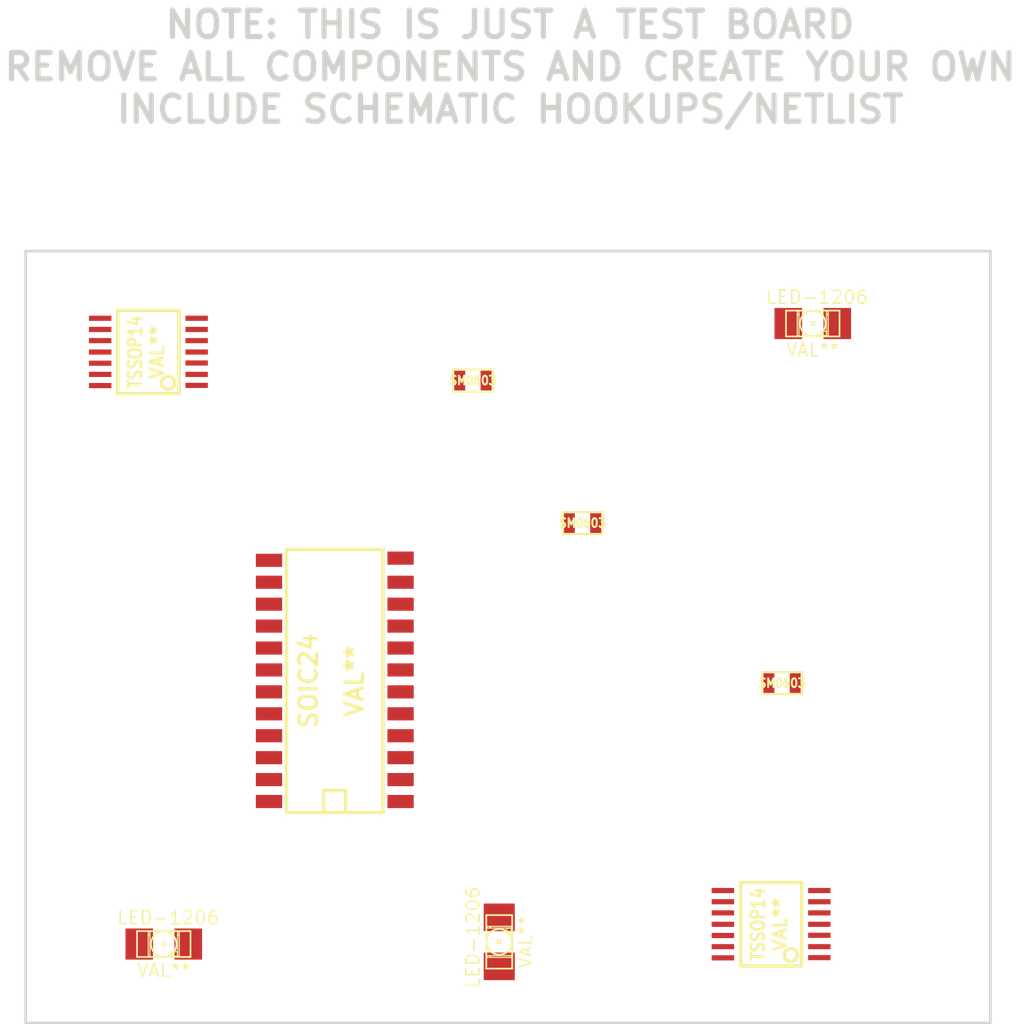
<source format=kicad_pcb>
(kicad_pcb (version 20221018) (generator pcbnew)
  (layers (0 "F.Cu" signal) (31 "B.Cu" signal) (34 "B.Paste" user) (35 "F.Paste" user) (36 "B.SilkS" user) (37 "F.SilkS" user) (38 "B.Mask" user) (39 "F.Mask" user) (44 "Edge.Cuts" user))
  (net 0 "")
  (footprint "TSSOP14" (layer "F.Cu") (at 163.068 101.6 90)
    (fp_text reference "TSSOP14" (at 0 -0.762 90) (layer "F.SilkS") (effects (font (size 0.762 0.635) (thickness 0.16002))))
    (fp_text value "VAL**" (at 0 0.508 90) (layer "F.SilkS") (effects (font (size 0.762 0.762) (thickness 0.16002))))
    (fp_line (start -2.413 -1.778) (end 2.413 -1.778) (stroke (width 0.2032)) (layer "F.SilkS"))
    (fp_line (start -2.413 1.778) (end -2.413 -1.778) (stroke (width 0.2032)) (layer "F.SilkS"))
    (fp_line (start 2.413 -1.778) (end 2.413 1.778) (stroke (width 0.2032)) (layer "F.SilkS"))
    (fp_line (start 2.413 1.778) (end -2.413 1.778) (stroke (width 0.2032)) (layer "F.SilkS"))
    (fp_circle (center -1.778 1.143) (end -2.159 1.143) (stroke (width 0.2032)) (fill none) (layer "F.SilkS"))
    (pad "1" smd rect (at -1.9304 2.794 90) (size 0.29972 1.30048) (layers "F.Cu" "F.Paste" "F.Mask"))
    (pad "2" smd rect (at -1.2954 2.794 90) (size 0.29972 1.30048) (layers "F.Cu" "F.Paste" "F.Mask"))
    (pad "3" smd rect (at -0.635 2.794 90) (size 0.29972 1.30048) (layers "F.Cu" "F.Paste" "F.Mask"))
    (pad "4" smd rect (at 0 2.794 90) (size 0.29972 1.30048) (layers "F.Cu" "F.Paste" "F.Mask"))
    (pad "5" smd rect (at 0.6604 2.794 90) (size 0.29972 1.30048) (layers "F.Cu" "F.Paste" "F.Mask"))
    (pad "6" smd rect (at 1.3081 2.794 90) (size 0.29972 1.30048) (layers "F.Cu" "F.Paste" "F.Mask"))
    (pad "7" smd rect (at 1.9558 2.794 90) (size 0.29972 1.30048) (layers "F.Cu" "F.Paste" "F.Mask"))
    (pad "8" smd rect (at 1.9558 -2.794 90) (size 0.29972 1.30048) (layers "F.Cu" "F.Paste" "F.Mask"))
    (pad "9" smd rect (at 1.3081 -2.794 90) (size 0.29972 1.30048) (layers "F.Cu" "F.Paste" "F.Mask"))
    (pad "10" smd rect (at 0.6604 -2.794 90) (size 0.29972 1.30048) (layers "F.Cu" "F.Paste" "F.Mask"))
    (pad "11" smd rect (at 0 -2.794 90) (size 0.29972 1.30048) (layers "F.Cu" "F.Paste" "F.Mask"))
    (pad "12" smd rect (at -0.6477 -2.794 90) (size 0.29972 1.30048) (layers "F.Cu" "F.Paste" "F.Mask"))
    (pad "13" smd rect (at -1.2954 -2.794 90) (size 0.29972 1.30048) (layers "F.Cu" "F.Paste" "F.Mask"))
    (pad "14" smd rect (at -1.9431 -2.794 90) (size 0.29972 1.30048) (layers "F.Cu" "F.Paste" "F.Mask"))
  )
  (footprint "SOIC24" (layer "F.Cu") (at 173.863 120.65 90)
    (fp_text reference "SOIC24" (at 0 -1.524 90) (layer "F.SilkS") (effects (font (size 1.016 1.016) (thickness 0.2032))))
    (fp_text value "VAL**" (at 0 1.143 90) (layer "F.SilkS") (effects (font (size 1.016 1.016) (thickness 0.2032))))
    (fp_line (start -7.62 -2.794) (end -7.62 2.794) (stroke (width 0.2032)) (layer "F.SilkS"))
    (fp_line (start -7.62 -0.635) (end -6.35 -0.635) (stroke (width 0.2032)) (layer "F.SilkS"))
    (fp_line (start -7.62 2.794) (end 7.62 2.794) (stroke (width 0.2032)) (layer "F.SilkS"))
    (fp_line (start -6.35 -0.635) (end -6.35 0.635) (stroke (width 0.2032)) (layer "F.SilkS"))
    (fp_line (start -6.35 0.635) (end -7.62 0.635) (stroke (width 0.2032)) (layer "F.SilkS"))
    (fp_line (start 7.62 -2.794) (end -7.62 -2.794) (stroke (width 0.2032)) (layer "F.SilkS"))
    (fp_line (start 7.62 -2.794) (end 7.62 2.794) (stroke (width 0.2032)) (layer "F.SilkS"))
    (pad "1" smd rect (at -6.985 3.81 90) (size 0.762 1.524) (layers "F.Cu" "F.Paste" "F.Mask"))
    (pad "2" smd rect (at -5.715 3.81 90) (size 0.762 1.524) (layers "F.Cu" "F.Paste" "F.Mask"))
    (pad "3" smd rect (at -4.445 3.81 90) (size 0.762 1.524) (layers "F.Cu" "F.Paste" "F.Mask"))
    (pad "4" smd rect (at -3.175 3.81 90) (size 0.762 1.524) (layers "F.Cu" "F.Paste" "F.Mask"))
    (pad "5" smd rect (at -1.905 3.81 90) (size 0.762 1.524) (layers "F.Cu" "F.Paste" "F.Mask"))
    (pad "6" smd rect (at -0.635 3.81 90) (size 0.762 1.524) (layers "F.Cu" "F.Paste" "F.Mask"))
    (pad "7" smd rect (at 0.635 3.81 90) (size 0.762 1.524) (layers "F.Cu" "F.Paste" "F.Mask"))
    (pad "8" smd rect (at 1.905 3.81 90) (size 0.762 1.524) (layers "F.Cu" "F.Paste" "F.Mask"))
    (pad "9" smd rect (at 3.175 3.81 90) (size 0.762 1.524) (layers "F.Cu" "F.Paste" "F.Mask"))
    (pad "10" smd rect (at 4.445 3.81 90) (size 0.762 1.524) (layers "F.Cu" "F.Paste" "F.Mask"))
    (pad "11" smd rect (at 5.715 3.81 90) (size 0.762 1.524) (layers "F.Cu" "F.Paste" "F.Mask"))
    (pad "12" smd rect (at 7.112 3.81 90) (size 0.762 1.524) (layers "F.Cu" "F.Paste" "F.Mask"))
    (pad "13" smd rect (at 6.985 -3.81 90) (size 0.762 1.524) (layers "F.Cu" "F.Paste" "F.Mask"))
    (pad "14" smd rect (at 5.715 -3.81 90) (size 0.762 1.524) (layers "F.Cu" "F.Paste" "F.Mask"))
    (pad "15" smd rect (at 4.445 -3.81 90) (size 0.762 1.524) (layers "F.Cu" "F.Paste" "F.Mask"))
    (pad "16" smd rect (at 3.175 -3.81 90) (size 0.762 1.524) (layers "F.Cu" "F.Paste" "F.Mask"))
    (pad "17" smd rect (at 1.905 -3.81 90) (size 0.762 1.524) (layers "F.Cu" "F.Paste" "F.Mask"))
    (pad "18" smd rect (at 0.635 -3.81 90) (size 0.762 1.524) (layers "F.Cu" "F.Paste" "F.Mask"))
    (pad "19" smd rect (at -0.635 -3.81 90) (size 0.762 1.524) (layers "F.Cu" "F.Paste" "F.Mask"))
    (pad "20" smd rect (at -1.905 -3.81 90) (size 0.762 1.524) (layers "F.Cu" "F.Paste" "F.Mask"))
    (pad "21" smd rect (at -3.175 -3.81 90) (size 0.762 1.524) (layers "F.Cu" "F.Paste" "F.Mask"))
    (pad "22" smd rect (at -4.445 -3.81 90) (size 0.762 1.524) (layers "F.Cu" "F.Paste" "F.Mask"))
    (pad "23" smd rect (at -5.715 -3.81 90) (size 0.762 1.524) (layers "F.Cu" "F.Paste" "F.Mask"))
    (pad "24" smd rect (at -6.985 -3.81 90) (size 0.762 1.524) (layers "F.Cu" "F.Paste" "F.Mask"))
  )
  (footprint "SM0603" (layer "F.Cu") (at 181.864 103.251)
    (fp_text reference "SM0603" (at 0 0) (layer "F.SilkS") (effects (font (size 0.508 0.4572) (thickness 0.1143))))
    (fp_text value "Val**" hide)
    (fp_line (start -1.143 -0.635) (end 1.143 -0.635) (stroke (width 0.127)) (layer "F.SilkS"))
    (fp_line (start -1.143 0.635) (end -1.143 -0.635) (stroke (width 0.127)) (layer "F.SilkS"))
    (fp_line (start 1.143 -0.635) (end 1.143 0.635) (stroke (width 0.127)) (layer "F.SilkS"))
    (fp_line (start 1.143 0.635) (end -1.143 0.635) (stroke (width 0.127)) (layer "F.SilkS"))
    (pad "1" smd rect (at -0.762 0) (size 0.635 1.143) (layers "F.Cu" "F.Paste" "F.Mask"))
    (pad "2" smd rect (at 0.762 0) (size 0.635 1.143) (layers "F.Cu" "F.Paste" "F.Mask"))
  )
  (footprint "SM0603" (layer "F.Cu") (at 188.214 111.506)
    (fp_text reference "SM0603" (at 0 0) (layer "F.SilkS") (effects (font (size 0.508 0.4572) (thickness 0.1143))))
    (fp_text value "Val**" hide)
    (fp_line (start -1.143 -0.635) (end 1.143 -0.635) (stroke (width 0.127)) (layer "F.SilkS"))
    (fp_line (start -1.143 0.635) (end -1.143 -0.635) (stroke (width 0.127)) (layer "F.SilkS"))
    (fp_line (start 1.143 -0.635) (end 1.143 0.635) (stroke (width 0.127)) (layer "F.SilkS"))
    (fp_line (start 1.143 0.635) (end -1.143 0.635) (stroke (width 0.127)) (layer "F.SilkS"))
    (pad "1" smd rect (at -0.762 0) (size 0.635 1.143) (layers "F.Cu" "F.Paste" "F.Mask"))
    (pad "2" smd rect (at 0.762 0) (size 0.635 1.143) (layers "F.Cu" "F.Paste" "F.Mask"))
  )
  (footprint "SM0603" (layer "F.Cu") (at 199.771 120.777)
    (fp_text reference "SM0603" (at 0 0) (layer "F.SilkS") (effects (font (size 0.508 0.4572) (thickness 0.1143))))
    (fp_text value "Val**" hide)
    (fp_line (start -1.143 -0.635) (end 1.143 -0.635) (stroke (width 0.127)) (layer "F.SilkS"))
    (fp_line (start -1.143 0.635) (end -1.143 -0.635) (stroke (width 0.127)) (layer "F.SilkS"))
    (fp_line (start 1.143 -0.635) (end 1.143 0.635) (stroke (width 0.127)) (layer "F.SilkS"))
    (fp_line (start 1.143 0.635) (end -1.143 0.635) (stroke (width 0.127)) (layer "F.SilkS"))
    (pad "1" smd rect (at -0.762 0) (size 0.635 1.143) (layers "F.Cu" "F.Paste" "F.Mask"))
    (pad "2" smd rect (at 0.762 0) (size 0.635 1.143) (layers "F.Cu" "F.Paste" "F.Mask"))
  )
  (footprint "LED-1206" (layer "F.Cu") (at 183.388 135.763 90)
    (fp_text reference "LED-1206" (at 0.254 -1.524 90) (layer "F.SilkS") (effects (font (size 0.762 0.762) (thickness 0.0889))))
    (fp_text value "VAL**" (at 0 1.524 90) (layer "F.SilkS") (effects (font (size 0.762 0.762) (thickness 0.0889))))
    (fp_line (start -1.5494 -0.7493) (end 1.5494 -0.7493) (stroke (width 0.1016)) (layer "F.SilkS"))
    (fp_line (start -1.5494 0.7493) (end -1.5494 -0.7493) (stroke (width 0.1016)) (layer "F.SilkS"))
    (fp_line (start -0.89916 -0.6985) (end -0.79756 -0.6985) (stroke (width 0.06604)) (layer "F.SilkS"))
    (fp_line (start -0.89916 -0.54864) (end -0.89916 -0.6985) (stroke (width 0.06604)) (layer "F.SilkS"))
    (fp_line (start -0.89916 -0.54864) (end -0.79756 -0.54864) (stroke (width 0.06604)) (layer "F.SilkS"))
    (fp_line (start -0.89916 -0.49784) (end -0.79756 -0.49784) (stroke (width 0.06604)) (layer "F.SilkS"))
    (fp_line (start -0.89916 0.6985) (end -0.89916 -0.49784) (stroke (width 0.06604)) (layer "F.SilkS"))
    (fp_line (start -0.89916 0.6985) (end -0.79756 0.6985) (stroke (width 0.06604)) (layer "F.SilkS"))
    (fp_line (start -0.79756 -0.54864) (end -0.79756 -0.6985) (stroke (width 0.06604)) (layer "F.SilkS"))
    (fp_line (start -0.79756 0.6985) (end -0.79756 -0.49784) (stroke (width 0.06604)) (layer "F.SilkS"))
    (fp_line (start -0.09906 -0.09906) (end 0.09906 -0.09906) (stroke (width 0.06604)) (layer "F.SilkS"))
    (fp_line (start -0.09906 0.09906) (end -0.09906 -0.09906) (stroke (width 0.06604)) (layer "F.SilkS"))
    (fp_line (start -0.09906 0.09906) (end 0.09906 0.09906) (stroke (width 0.06604)) (layer "F.SilkS"))
    (fp_line (start 0.09906 0.09906) (end 0.09906 -0.09906) (stroke (width 0.06604)) (layer "F.SilkS"))
    (fp_line (start 0.44958 0.44958) (end 0.59944 0.44958) (stroke (width 0.06604)) (layer "F.SilkS"))
    (fp_line (start 0.44958 0.44958) (end 0.79756 0.44958) (stroke (width 0.06604)) (layer "F.SilkS"))
    (fp_line (start 0.44958 0.6985) (end 0.44958 0.44958) (stroke (width 0.06604)) (layer "F.SilkS"))
    (fp_line (start 0.44958 0.6985) (end 0.44958 0.44958) (stroke (width 0.06604)) (layer "F.SilkS"))
    (fp_line (start 0.44958 0.6985) (end 0.59944 0.6985) (stroke (width 0.06604)) (layer "F.SilkS"))
    (fp_line (start 0.44958 0.6985) (end 0.79756 0.6985) (stroke (width 0.06604)) (layer "F.SilkS"))
    (fp_line (start 0.59944 0.6985) (end 0.59944 0.44958) (stroke (width 0.06604)) (layer "F.SilkS"))
    (fp_line (start 0.79756 -0.6985) (end 0.89916 -0.6985) (stroke (width 0.06604)) (layer "F.SilkS"))
    (fp_line (start 0.79756 -0.54864) (end 0.79756 -0.6985) (stroke (width 0.06604)) (layer "F.SilkS"))
    (fp_line (start 0.79756 -0.54864) (end 0.89916 -0.54864) (stroke (width 0.06604)) (layer "F.SilkS"))
    (fp_line (start 0.79756 -0.49784) (end 0.89916 -0.49784) (stroke (width 0.06604)) (layer "F.SilkS"))
    (fp_line (start 0.79756 0.6985) (end 0.79756 -0.49784) (stroke (width 0.06604)) (layer "F.SilkS"))
    (fp_line (start 0.79756 0.6985) (end 0.79756 0.44958) (stroke (width 0.06604)) (layer "F.SilkS"))
    (fp_line (start 0.79756 0.6985) (end 0.89916 0.6985) (stroke (width 0.06604)) (layer "F.SilkS"))
    (fp_line (start 0.89916 -0.54864) (end 0.89916 -0.6985) (stroke (width 0.06604)) (layer "F.SilkS"))
    (fp_line (start 0.89916 0.6985) (end 0.89916 -0.49784) (stroke (width 0.06604)) (layer "F.SilkS"))
    (fp_line (start 1.5494 -0.7493) (end 1.5494 0.7493) (stroke (width 0.1016)) (layer "F.SilkS"))
    (fp_line (start 1.5494 0.7493) (end -1.5494 0.7493) (stroke (width 0.1016)) (layer "F.SilkS"))
    (fp_arc (start -0.54864 -0.49784) (mid -0.001024 -0.740844) (end 0.547262 -0.499354) (stroke (width 0.1016)) (layer "F.SilkS"))
    (fp_arc (start -0.54864 0.49784) (mid -0.740844 -0.000377) (end -0.548133 -0.498398) (stroke (width 0.1016)) (layer "F.SilkS"))
    (fp_arc (start 0.54864 -0.49784) (mid 0.740844 0.000377) (end 0.548133 0.498398) (stroke (width 0.1016)) (layer "F.SilkS"))
    (fp_arc (start 0.54864 0.49784) (mid 0.001024 0.740844) (end -0.547262 0.499354) (stroke (width 0.1016)) (layer "F.SilkS"))
    (pad "1" smd rect (at -1.41986 0 90) (size 1.59766 1.80086) (layers "F.Cu" "F.Paste" "F.Mask"))
    (pad "2" smd rect (at 1.41986 0 90) (size 1.59766 1.80086) (layers "F.Cu" "F.Paste" "F.Mask"))
  )
  (footprint "LED-1206" (layer "F.Cu") (at 201.549 99.949)
    (fp_text reference "LED-1206" (at 0.254 -1.524) (layer "F.SilkS") (effects (font (size 0.762 0.762) (thickness 0.0889))))
    (fp_text value "VAL**" (at 0 1.524) (layer "F.SilkS") (effects (font (size 0.762 0.762) (thickness 0.0889))))
    (fp_line (start -1.5494 -0.7493) (end 1.5494 -0.7493) (stroke (width 0.1016)) (layer "F.SilkS"))
    (fp_line (start -1.5494 0.7493) (end -1.5494 -0.7493) (stroke (width 0.1016)) (layer "F.SilkS"))
    (fp_line (start -0.89916 -0.6985) (end -0.79756 -0.6985) (stroke (width 0.06604)) (layer "F.SilkS"))
    (fp_line (start -0.89916 -0.54864) (end -0.89916 -0.6985) (stroke (width 0.06604)) (layer "F.SilkS"))
    (fp_line (start -0.89916 -0.54864) (end -0.79756 -0.54864) (stroke (width 0.06604)) (layer "F.SilkS"))
    (fp_line (start -0.89916 -0.49784) (end -0.79756 -0.49784) (stroke (width 0.06604)) (layer "F.SilkS"))
    (fp_line (start -0.89916 0.6985) (end -0.89916 -0.49784) (stroke (width 0.06604)) (layer "F.SilkS"))
    (fp_line (start -0.89916 0.6985) (end -0.79756 0.6985) (stroke (width 0.06604)) (layer "F.SilkS"))
    (fp_line (start -0.79756 -0.54864) (end -0.79756 -0.6985) (stroke (width 0.06604)) (layer "F.SilkS"))
    (fp_line (start -0.79756 0.6985) (end -0.79756 -0.49784) (stroke (width 0.06604)) (layer "F.SilkS"))
    (fp_line (start -0.09906 -0.09906) (end 0.09906 -0.09906) (stroke (width 0.06604)) (layer "F.SilkS"))
    (fp_line (start -0.09906 0.09906) (end -0.09906 -0.09906) (stroke (width 0.06604)) (layer "F.SilkS"))
    (fp_line (start -0.09906 0.09906) (end 0.09906 0.09906) (stroke (width 0.06604)) (layer "F.SilkS"))
    (fp_line (start 0.09906 0.09906) (end 0.09906 -0.09906) (stroke (width 0.06604)) (layer "F.SilkS"))
    (fp_line (start 0.44958 0.44958) (end 0.59944 0.44958) (stroke (width 0.06604)) (layer "F.SilkS"))
    (fp_line (start 0.44958 0.44958) (end 0.79756 0.44958) (stroke (width 0.06604)) (layer "F.SilkS"))
    (fp_line (start 0.44958 0.6985) (end 0.44958 0.44958) (stroke (width 0.06604)) (layer "F.SilkS"))
    (fp_line (start 0.44958 0.6985) (end 0.44958 0.44958) (stroke (width 0.06604)) (layer "F.SilkS"))
    (fp_line (start 0.44958 0.6985) (end 0.59944 0.6985) (stroke (width 0.06604)) (layer "F.SilkS"))
    (fp_line (start 0.44958 0.6985) (end 0.79756 0.6985) (stroke (width 0.06604)) (layer "F.SilkS"))
    (fp_line (start 0.59944 0.6985) (end 0.59944 0.44958) (stroke (width 0.06604)) (layer "F.SilkS"))
    (fp_line (start 0.79756 -0.6985) (end 0.89916 -0.6985) (stroke (width 0.06604)) (layer "F.SilkS"))
    (fp_line (start 0.79756 -0.54864) (end 0.79756 -0.6985) (stroke (width 0.06604)) (layer "F.SilkS"))
    (fp_line (start 0.79756 -0.54864) (end 0.89916 -0.54864) (stroke (width 0.06604)) (layer "F.SilkS"))
    (fp_line (start 0.79756 -0.49784) (end 0.89916 -0.49784) (stroke (width 0.06604)) (layer "F.SilkS"))
    (fp_line (start 0.79756 0.6985) (end 0.79756 -0.49784) (stroke (width 0.06604)) (layer "F.SilkS"))
    (fp_line (start 0.79756 0.6985) (end 0.79756 0.44958) (stroke (width 0.06604)) (layer "F.SilkS"))
    (fp_line (start 0.79756 0.6985) (end 0.89916 0.6985) (stroke (width 0.06604)) (layer "F.SilkS"))
    (fp_line (start 0.89916 -0.54864) (end 0.89916 -0.6985) (stroke (width 0.06604)) (layer "F.SilkS"))
    (fp_line (start 0.89916 0.6985) (end 0.89916 -0.49784) (stroke (width 0.06604)) (layer "F.SilkS"))
    (fp_line (start 1.5494 -0.7493) (end 1.5494 0.7493) (stroke (width 0.1016)) (layer "F.SilkS"))
    (fp_line (start 1.5494 0.7493) (end -1.5494 0.7493) (stroke (width 0.1016)) (layer "F.SilkS"))
    (fp_arc (start -0.54864 -0.49784) (mid -0.001024 -0.740844) (end 0.547262 -0.499354) (stroke (width 0.1016)) (layer "F.SilkS"))
    (fp_arc (start -0.54864 0.49784) (mid -0.740844 -0.000377) (end -0.548133 -0.498398) (stroke (width 0.1016)) (layer "F.SilkS"))
    (fp_arc (start 0.54864 -0.49784) (mid 0.740844 0.000377) (end 0.548133 0.498398) (stroke (width 0.1016)) (layer "F.SilkS"))
    (fp_arc (start 0.54864 0.49784) (mid 0.001024 0.740844) (end -0.547262 0.499354) (stroke (width 0.1016)) (layer "F.SilkS"))
    (pad "1" smd rect (at -1.41986 0) (size 1.59766 1.80086) (layers "F.Cu" "F.Paste" "F.Mask"))
    (pad "2" smd rect (at 1.41986 0) (size 1.59766 1.80086) (layers "F.Cu" "F.Paste" "F.Mask"))
  )
  (footprint "LED-1206" (layer "F.Cu") (at 163.957 135.89)
    (fp_text reference "LED-1206" (at 0.254 -1.524) (layer "F.SilkS") (effects (font (size 0.762 0.762) (thickness 0.0889))))
    (fp_text value "VAL**" (at 0 1.524) (layer "F.SilkS") (effects (font (size 0.762 0.762) (thickness 0.0889))))
    (fp_line (start -1.5494 -0.7493) (end 1.5494 -0.7493) (stroke (width 0.1016)) (layer "F.SilkS"))
    (fp_line (start -1.5494 0.7493) (end -1.5494 -0.7493) (stroke (width 0.1016)) (layer "F.SilkS"))
    (fp_line (start -0.89916 -0.6985) (end -0.79756 -0.6985) (stroke (width 0.06604)) (layer "F.SilkS"))
    (fp_line (start -0.89916 -0.54864) (end -0.89916 -0.6985) (stroke (width 0.06604)) (layer "F.SilkS"))
    (fp_line (start -0.89916 -0.54864) (end -0.79756 -0.54864) (stroke (width 0.06604)) (layer "F.SilkS"))
    (fp_line (start -0.89916 -0.49784) (end -0.79756 -0.49784) (stroke (width 0.06604)) (layer "F.SilkS"))
    (fp_line (start -0.89916 0.6985) (end -0.89916 -0.49784) (stroke (width 0.06604)) (layer "F.SilkS"))
    (fp_line (start -0.89916 0.6985) (end -0.79756 0.6985) (stroke (width 0.06604)) (layer "F.SilkS"))
    (fp_line (start -0.79756 -0.54864) (end -0.79756 -0.6985) (stroke (width 0.06604)) (layer "F.SilkS"))
    (fp_line (start -0.79756 0.6985) (end -0.79756 -0.49784) (stroke (width 0.06604)) (layer "F.SilkS"))
    (fp_line (start -0.09906 -0.09906) (end 0.09906 -0.09906) (stroke (width 0.06604)) (layer "F.SilkS"))
    (fp_line (start -0.09906 0.09906) (end -0.09906 -0.09906) (stroke (width 0.06604)) (layer "F.SilkS"))
    (fp_line (start -0.09906 0.09906) (end 0.09906 0.09906) (stroke (width 0.06604)) (layer "F.SilkS"))
    (fp_line (start 0.09906 0.09906) (end 0.09906 -0.09906) (stroke (width 0.06604)) (layer "F.SilkS"))
    (fp_line (start 0.44958 0.44958) (end 0.59944 0.44958) (stroke (width 0.06604)) (layer "F.SilkS"))
    (fp_line (start 0.44958 0.44958) (end 0.79756 0.44958) (stroke (width 0.06604)) (layer "F.SilkS"))
    (fp_line (start 0.44958 0.6985) (end 0.44958 0.44958) (stroke (width 0.06604)) (layer "F.SilkS"))
    (fp_line (start 0.44958 0.6985) (end 0.44958 0.44958) (stroke (width 0.06604)) (layer "F.SilkS"))
    (fp_line (start 0.44958 0.6985) (end 0.59944 0.6985) (stroke (width 0.06604)) (layer "F.SilkS"))
    (fp_line (start 0.44958 0.6985) (end 0.79756 0.6985) (stroke (width 0.06604)) (layer "F.SilkS"))
    (fp_line (start 0.59944 0.6985) (end 0.59944 0.44958) (stroke (width 0.06604)) (layer "F.SilkS"))
    (fp_line (start 0.79756 -0.6985) (end 0.89916 -0.6985) (stroke (width 0.06604)) (layer "F.SilkS"))
    (fp_line (start 0.79756 -0.54864) (end 0.79756 -0.6985) (stroke (width 0.06604)) (layer "F.SilkS"))
    (fp_line (start 0.79756 -0.54864) (end 0.89916 -0.54864) (stroke (width 0.06604)) (layer "F.SilkS"))
    (fp_line (start 0.79756 -0.49784) (end 0.89916 -0.49784) (stroke (width 0.06604)) (layer "F.SilkS"))
    (fp_line (start 0.79756 0.6985) (end 0.79756 -0.49784) (stroke (width 0.06604)) (layer "F.SilkS"))
    (fp_line (start 0.79756 0.6985) (end 0.79756 0.44958) (stroke (width 0.06604)) (layer "F.SilkS"))
    (fp_line (start 0.79756 0.6985) (end 0.89916 0.6985) (stroke (width 0.06604)) (layer "F.SilkS"))
    (fp_line (start 0.89916 -0.54864) (end 0.89916 -0.6985) (stroke (width 0.06604)) (layer "F.SilkS"))
    (fp_line (start 0.89916 0.6985) (end 0.89916 -0.49784) (stroke (width 0.06604)) (layer "F.SilkS"))
    (fp_line (start 1.5494 -0.7493) (end 1.5494 0.7493) (stroke (width 0.1016)) (layer "F.SilkS"))
    (fp_line (start 1.5494 0.7493) (end -1.5494 0.7493) (stroke (width 0.1016)) (layer "F.SilkS"))
    (fp_arc (start -0.54864 -0.49784) (mid -0.001024 -0.740844) (end 0.547262 -0.499354) (stroke (width 0.1016)) (layer "F.SilkS"))
    (fp_arc (start -0.54864 0.49784) (mid -0.740844 -0.000377) (end -0.548133 -0.498398) (stroke (width 0.1016)) (layer "F.SilkS"))
    (fp_arc (start 0.54864 -0.49784) (mid 0.740844 0.000377) (end 0.548133 0.498398) (stroke (width 0.1016)) (layer "F.SilkS"))
    (fp_arc (start 0.54864 0.49784) (mid 0.001024 0.740844) (end -0.547262 0.499354) (stroke (width 0.1016)) (layer "F.SilkS"))
    (pad "1" smd rect (at -1.41986 0) (size 1.59766 1.80086) (layers "F.Cu" "F.Paste" "F.Mask"))
    (pad "2" smd rect (at 1.41986 0) (size 1.59766 1.80086) (layers "F.Cu" "F.Paste" "F.Mask"))
  )
  (footprint "TSSOP14" (layer "F.Cu") (at 199.136 134.747 90)
    (fp_text reference "TSSOP14" (at 0 -0.762 90) (layer "F.SilkS") (effects (font (size 0.762 0.635) (thickness 0.16002))))
    (fp_text value "VAL**" (at 0 0.508 90) (layer "F.SilkS") (effects (font (size 0.762 0.762) (thickness 0.16002))))
    (fp_line (start -2.413 -1.778) (end 2.413 -1.778) (stroke (width 0.2032)) (layer "F.SilkS"))
    (fp_line (start -2.413 1.778) (end -2.413 -1.778) (stroke (width 0.2032)) (layer "F.SilkS"))
    (fp_line (start 2.413 -1.778) (end 2.413 1.778) (stroke (width 0.2032)) (layer "F.SilkS"))
    (fp_line (start 2.413 1.778) (end -2.413 1.778) (stroke (width 0.2032)) (layer "F.SilkS"))
    (fp_circle (center -1.778 1.143) (end -2.159 1.143) (stroke (width 0.2032)) (fill none) (layer "F.SilkS"))
    (pad "1" smd rect (at -1.9304 2.794 90) (size 0.29972 1.30048) (layers "F.Cu" "F.Paste" "F.Mask"))
    (pad "2" smd rect (at -1.2954 2.794 90) (size 0.29972 1.30048) (layers "F.Cu" "F.Paste" "F.Mask"))
    (pad "3" smd rect (at -0.635 2.794 90) (size 0.29972 1.30048) (layers "F.Cu" "F.Paste" "F.Mask"))
    (pad "4" smd rect (at 0 2.794 90) (size 0.29972 1.30048) (layers "F.Cu" "F.Paste" "F.Mask"))
    (pad "5" smd rect (at 0.6604 2.794 90) (size 0.29972 1.30048) (layers "F.Cu" "F.Paste" "F.Mask"))
    (pad "6" smd rect (at 1.3081 2.794 90) (size 0.29972 1.30048) (layers "F.Cu" "F.Paste" "F.Mask"))
    (pad "7" smd rect (at 1.9558 2.794 90) (size 0.29972 1.30048) (layers "F.Cu" "F.Paste" "F.Mask"))
    (pad "8" smd rect (at 1.9558 -2.794 90) (size 0.29972 1.30048) (layers "F.Cu" "F.Paste" "F.Mask"))
    (pad "9" smd rect (at 1.3081 -2.794 90) (size 0.29972 1.30048) (layers "F.Cu" "F.Paste" "F.Mask"))
    (pad "10" smd rect (at 0.6604 -2.794 90) (size 0.29972 1.30048) (layers "F.Cu" "F.Paste" "F.Mask"))
    (pad "11" smd rect (at 0 -2.794 90) (size 0.29972 1.30048) (layers "F.Cu" "F.Paste" "F.Mask"))
    (pad "12" smd rect (at -0.6477 -2.794 90) (size 0.29972 1.30048) (layers "F.Cu" "F.Paste" "F.Mask"))
    (pad "13" smd rect (at -1.2954 -2.794 90) (size 0.29972 1.30048) (layers "F.Cu" "F.Paste" "F.Mask"))
    (pad "14" smd rect (at -1.9431 -2.794 90) (size 0.29972 1.30048) (layers "F.Cu" "F.Paste" "F.Mask"))
  )
  (gr_line (start 155.956 140.462) (end 211.836 140.462) (stroke (width 0.15)) (layer "Edge.Cuts"))
  (gr_line (start 155.956 95.758) (end 155.956 140.462) (stroke (width 0.15)) (layer "Edge.Cuts"))
  (gr_line (start 211.836 140.462) (end 211.836 95.758) (stroke (width 0.15)) (layer "Edge.Cuts"))
  (gr_line (start 211.836 95.758) (end 155.956 95.758) (stroke (width 0.15)) (layer "Edge.Cuts"))
  (gr_text "NOTE: THIS IS JUST A TEST BOARD\nREMOVE ALL COMPONENTS AND CREATE YOUR OWN\nINCLUDE SCHEMATIC HOOKUPS/NETLIST" (at 184.023 85.09) (layer "Edge.Cuts") (effects (font (size 1.524 1.524) (thickness 0.3048))))
)
</source>
